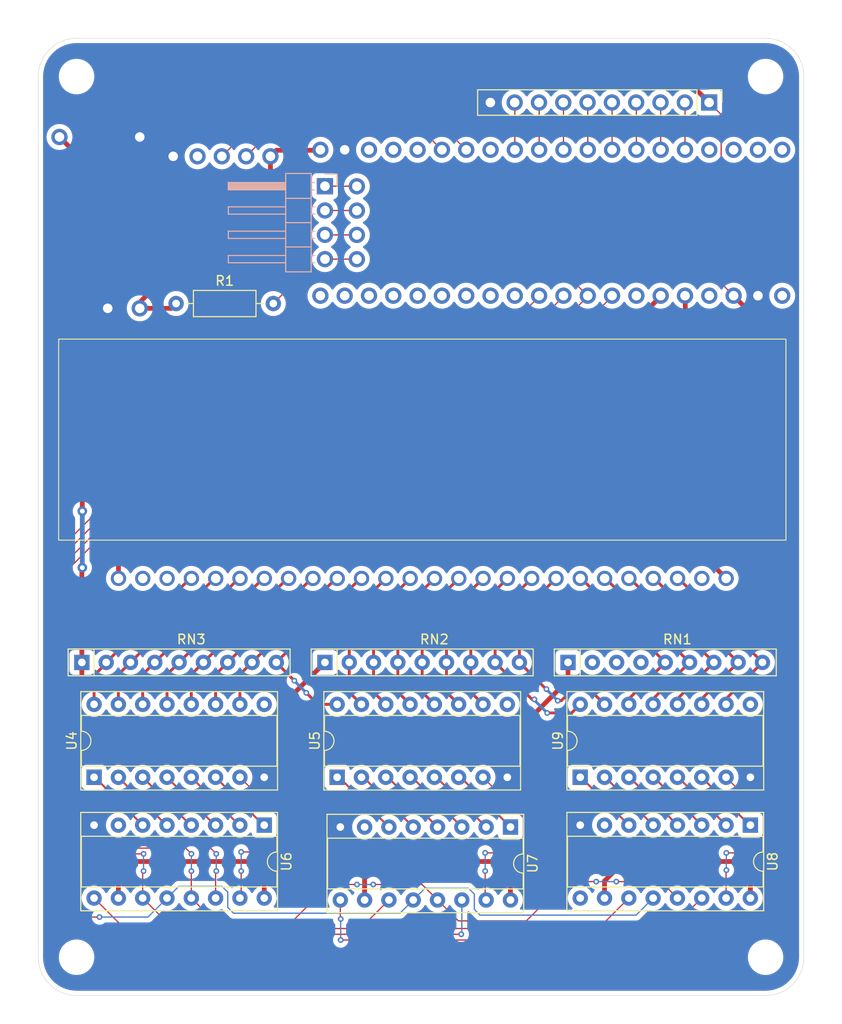
<source format=kicad_pcb>
(kicad_pcb (version 20240108) (generator "pcbnew") (generator_version "8.0")
  (title_block (title "Baldr PCB") (date "2024-08-28") (rev "0.1.1"))
  (layers (0 "F.Cu" signal) (31 "B.Cu" signal) (34 "B.Paste" user) (35 "F.Paste" user) (36 "B.SilkS" user "B.Silkscreen") (37 "F.SilkS" user "F.Silkscreen") (38 "B.Mask" user) (39 "F.Mask" user) (44 "Edge.Cuts" user))
  (net 0 "")
  (net 1 "GND")
  (net 2 "12V")
  (net 3 "GRID_2")
  (net 4 "GRID_3")
  (net 5 "GRID_1")
  (net 6 "F")
  (net 7 "E")
  (net 8 "GRID_4")
  (net 9 "D")
  (net 10 "G")
  (net 11 "GRID_7")
  (net 12 "GRID_6")
  (net 13 "B")
  (net 14 "GRID_8")
  (net 15 "COMMA")
  (net 16 "C")
  (net 17 "DP")
  (net 18 "GRID_5")
  (net 19 "GRID_10")
  (net 20 "A")
  (net 21 "GRID_11")
  (net 22 "GRID_9")
  (net 23 "HYPHEN")
  (net 24 "FILAMENT_2")
  (net 25 "FILAMENT_1")
  (net 26 "OE")
  (net 27 "SIGNAL_F")
  (net 28 "GRID_SIGNAL_4")
  (net 29 "SIGNAL_G")
  (net 30 "GRID_SIGNAL_3")
  (net 31 "GRID_SIGNAL_1")
  (net 32 "SIGNAL_E")
  (net 33 "GRID_SIGNAL_2")
  (net 34 "GRID_SIGNAL_6")
  (net 35 "GRID_SIGNAL_5")
  (net 36 "SIGNAL_COMMA")
  (net 37 "GRID_SIGNAL_7")
  (net 38 "SIGNAL_DP")
  (net 39 "SIGNAL_C")
  (net 40 "SIGNAL_D")
  (net 41 "GRID_SIGNAL_11")
  (net 42 "SIGNAL_HYPHEN")
  (net 43 "GRID_SIGNAL_8")
  (net 44 "SIGNAL_B")
  (net 45 "GRID_SIGNAL_9")
  (net 46 "GRID_SIGNAL_10")
  (net 47 "SIGNAL_A")
  (net 48 "SER")
  (net 49 "LATCH")
  (net 50 "+3V3")
  (net 51 "/SER_CHAIN_1")
  (net 52 "CLK")
  (net 53 "/SER_CHAIN_2")
  (net 56 "/SDA")
  (net 57 "/SCL")
  (net 84 "/P8")
  (net 85 "/P1")
  (net 86 "/P7")
  (net 87 "/P3")
  (net 88 "/P5")
  (net 89 "/P6")
  (net 90 "/P4")
  (net 91 "/P2")
  (net 95 "/SW_DIO")
  (net 96 "/SW_SCK")
  (net 97 "/SW_GND")
  (net 98 "/SW_3V3")
  (footprint "Custom:STM32_blackpill" (layer "F.Cu") (at 188.74 53.65 -90)
    (property "Reference" "U2" (hide yes))
    (property "Value" "~" (hide yes))
  )
  (footprint "MountingHole:MountingHole_3.2mm_M3" (layer "F.Cu") (at 115 46)
    (property "Reference" "H1" (hide yes))
    (property "Value" "MountingHole" (hide yes))
  )
  (footprint "Package_DIP:DIP-16_W7.62mm_Socket" (layer "F.Cu") (at 116.83 119.2 90)
    (property "Reference" "U4")
    (property "Value" "ULN2003A" (hide yes))
  )
  (footprint "MountingHole:MountingHole_3.2mm_M3" (layer "F.Cu") (at 187 46)
    (property "Reference" "H2" (hide yes))
    (property "Value" "MountingHole" (hide yes))
  )
  (footprint "Custom:ZD1880" (layer "F.Cu") (at 151.13 98.425)
    (property "Reference" "U10" (hide yes))
    (property "Value" "~" (hide yes))
  )
  (footprint "Resistor_THT:R_Axial_DIN0207_L6.3mm_D2.5mm_P10.16mm_Horizontal" (layer "F.Cu") (at 125.4 69.71)
    (property "Reference" "R1")
    (property "Value" "10k" (hide yes))
  )
  (footprint "Package_DIP:DIP-16_W7.62mm_Socket" (layer "F.Cu") (at 185.41 124.2 -90)
    (property "Reference" "U8")
    (property "Value" "74HC595" (hide yes))
  )
  (footprint "Custom:RTC" (layer "F.Cu") (at 135.26 54.33 180)
    (property "Reference" "U3" (hide yes))
    (property "Value" "~" (hide yes))
  )
  (footprint "MountingHole:MountingHole_3.2mm_M3" (layer "F.Cu") (at 115 138)
    (property "Reference" "H3" (hide yes))
    (property "Value" "MountingHole" (hide yes))
  )
  (footprint "Resistor_THT:R_Array_SIP9" (layer "F.Cu") (at 115.555 107.2)
    (property "Reference" "RN3")
    (property "Value" "10k" (hide yes))
  )
  (footprint "Package_DIP:DIP-16_W7.62mm_Socket" (layer "F.Cu") (at 142.23 119.2 90)
    (property "Reference" "U5")
    (property "Value" "ULN2003A" (hide yes))
  )
  (footprint "Resistor_THT:R_Array_SIP9" (layer "F.Cu") (at 166.355 107.2)
    (property "Reference" "RN1")
    (property "Value" "10k" (hide yes))
  )
  (footprint "Package_DIP:DIP-16_W7.62mm_Socket" (layer "F.Cu") (at 134.61 124.2 -90)
    (property "Reference" "U6")
    (property "Value" "74HC595" (hide yes))
  )
  (footprint "Custom:DC_step_up" (layer "F.Cu") (at 121.225 70.21 90)
    (property "Reference" "U1" (hide yes))
    (property "Value" "~" (hide yes))
  )
  (footprint "Package_DIP:DIP-16_W7.62mm_Socket" (layer "F.Cu") (at 160.34 124.4 -90)
    (property "Reference" "U7")
    (property "Value" "74HC595" (hide yes))
  )
  (footprint "MountingHole:MountingHole_3.2mm_M3" (layer "F.Cu") (at 187 138)
    (property "Reference" "H4" (hide yes))
    (property "Value" "MountingHole" (hide yes))
  )
  (footprint "Package_DIP:DIP-16_W7.62mm_Socket" (layer "F.Cu") (at 167.63 119.2 90)
    (property "Reference" "U9")
    (property "Value" "ULN2003A" (hide yes))
  )
  (footprint "Resistor_THT:R_Array_SIP9" (layer "F.Cu") (at 140.955 107.2)
    (property "Reference" "RN2")
    (property "Value" "10k" (hide yes))
  )
  (footprint "Connector_PinHeader_2.54mm:PinHeader_1x10_P2.54mm_Vertical" (layer "F.Cu") (at 181.1 48.71 -90)
    (property "Reference" "J1" (hide yes))
    (property "Value" "Conn_01x10_Pin" (hide yes))
  )
  (footprint "Connector_PinHeader_2.54mm:PinHeader_1x04_P2.54mm_Horizontal" (layer "B.Cu") (at 140.955 57.45 180)
    (property "Reference" "J2" (hide yes))
    (property "Value" "Conn_01x04_Pin" (hide yes))
  )
  (gr_arc (start 187 42) (mid 189.828427 43.171573) (end 191 46) (stroke (width 0.05)) (layer "Edge.Cuts"))
  (gr_line (start 187 42) (end 115 42) (stroke (width 0.05)) (layer "Edge.Cuts"))
  (gr_arc (start 111 46) (mid 112.171573 43.171573) (end 115 42) (stroke (width 0.05)) (layer "Edge.Cuts"))
  (gr_line (start 115 142) (end 187 142) (stroke (width 0.05)) (layer "Edge.Cuts"))
  (gr_arc (start 115 142) (mid 112.171573 140.828427) (end 111 138) (stroke (width 0.05)) (layer "Edge.Cuts"))
  (gr_arc (start 191 138) (mid 189.828427 140.828427) (end 187 142) (stroke (width 0.05)) (layer "Edge.Cuts"))
  (gr_line (start 111 46) (end 111 138) (stroke (width 0.05)) (layer "Edge.Cuts"))
  (gr_line (start 191 138) (end 191 46) (stroke (width 0.05)) (layer "Edge.Cuts"))
  (segment (start 115.6 91.4) (end 115.6 54.695) (width 0.5) (layer "F.Cu") (net 2))
  (segment (start 115.555 107.2) (end 115.555 109.785) (width 0.5) (layer "F.Cu") (net 2))
  (segment (start 137.84 114.52) (end 160.9 114.52) (width 0.5) (layer "F.Cu") (net 2))
  (segment (start 160.9 114.52) (end 166.355 109.065) (width 0.5) (layer "F.Cu") (net 2))
  (segment (start 115.555 109.785) (end 114.8 110.54) (width 0.5) (layer "F.Cu") (net 2))
  (segment (start 114.8 110.54) (end 114.8 113.5) (width 0.5) (layer "F.Cu") (net 2))
  (segment (start 115.555 97.345) (end 115.6 97.3) (width 0.5) (layer "F.Cu") (net 2))
  (segment (start 115.6 54.695) (end 113.215 52.31) (width 0.5) (layer "F.Cu") (net 2))
  (segment (start 114.8 113.5) (end 115.82 114.52) (width 0.5) (layer "F.Cu") (net 2))
  (segment (start 115.82 114.52) (end 137.84 114.52) (width 0.5) (layer "F.Cu") (net 2))
  (segment (start 166.355 109.065) (end 166.355 107.2) (width 0.5) (layer "F.Cu") (net 2))
  (segment (start 115.555 107.2) (end 115.555 97.345) (width 0.5) (layer "F.Cu") (net 2))
  (segment (start 137.84 110.315) (end 140.955 107.2) (width 0.5) (layer "F.Cu") (net 2))
  (segment (start 137.84 114.52) (end 137.84 110.315) (width 0.5) (layer "F.Cu") (net 2))
  (via (at 115.6 97.3) (size 1) (drill 0.5) (layers "F.Cu" "B.Cu") (net 2))
  (via (at 115.6 91.4) (size 1) (drill 0.5) (layers "F.Cu" "B.Cu") (net 2))
  (segment (start 115.6 97.3) (end 115.6 91.4) (width 0.5) (layer "B.Cu") (net 2))
  (segment (start 131.95 98.425) (end 132.08 98.425) (width 0.3) (layer "F.Cu") (net 3))
  (segment (start 121.91 108.465) (end 123.175 107.2) (width 0.3) (layer "F.Cu") (net 3))
  (segment (start 123.175 107.2) (end 131.95 98.425) (width 0.3) (layer "F.Cu") (net 3))
  (segment (start 121.91 111.58) (end 121.91 108.465) (width 0.3) (layer "F.Cu") (net 3))
  (segment (start 126.99 108.465) (end 128.255 107.2) (width 0.3) (layer "F.Cu") (net 4))
  (segment (start 128.255 107.2) (end 137.03 98.425) (width 0.3) (layer "F.Cu") (net 4))
  (segment (start 137.03 98.425) (end 137.16 98.425) (width 0.3) (layer "F.Cu") (net 4))
  (segment (start 126.99 111.58) (end 126.99 108.465) (width 0.3) (layer "F.Cu") (net 4))
  (segment (start 118.095 107.295) (end 116.83 108.56) (width 0.3) (layer "F.Cu") (net 5))
  (segment (start 118.095 107.2) (end 118.095 107.295) (width 0.3) (layer "F.Cu") (net 5))
  (segment (start 126.87 98.425) (end 127 98.425) (width 0.3) (layer "F.Cu") (net 5))
  (segment (start 116.83 108.56) (end 116.83 111.58) (width 0.3) (layer "F.Cu") (net 5))
  (segment (start 118.095 107.2) (end 126.87 98.425) (width 0.3) (layer "F.Cu") (net 5))
  (segment (start 124.45 108.465) (end 125.715 107.2) (width 0.3) (layer "F.Cu") (net 6))
  (segment (start 134.49 98.425) (end 134.62 98.425) (width 0.3) (layer "F.Cu") (net 6))
  (segment (start 125.715 107.2) (end 134.49 98.425) (width 0.3) (layer "F.Cu") (net 6))
  (segment (start 124.45 111.58) (end 124.45 108.465) (width 0.3) (layer "F.Cu") (net 6))
  (segment (start 129.53 108.465) (end 130.795 107.2) (width 0.3) (layer "F.Cu") (net 7))
  (segment (start 139.57 98.425) (end 139.7 98.425) (width 0.3) (layer "F.Cu") (net 7))
  (segment (start 129.53 111.58) (end 129.53 108.465) (width 0.3) (layer "F.Cu") (net 7))
  (segment (start 130.795 107.2) (end 139.57 98.425) (width 0.3) (layer "F.Cu") (net 7))
  (segment (start 142.11 98.425) (end 142.24 98.425) (width 0.3) (layer "F.Cu") (net 8))
  (segment (start 132.07 108.465) (end 133.335 107.2) (width 0.3) (layer "F.Cu") (net 8))
  (segment (start 132.07 111.58) (end 132.07 108.465) (width 0.3) (layer "F.Cu") (net 8))
  (segment (start 133.335 107.2) (end 142.11 98.425) (width 0.3) (layer "F.Cu") (net 8))
  (segment (start 140.21 111.58) (end 142.23 111.58) (width 0.3) (layer "F.Cu") (net 9))
  (segment (start 144.65 98.425) (end 144.78 98.425) (width 0.3) (layer "F.Cu") (net 9))
  (segment (start 135.875 107.2) (end 135.875 107.225) (width 0.3) (layer "F.Cu") (net 9))
  (segment (start 135.875 107.225) (end 137.76 109.11) (width 0.3) (layer "F.Cu") (net 9))
  (segment (start 135.875 107.2) (end 144.65 98.425) (width 0.3) (layer "F.Cu") (net 9))
  (segment (start 139.01 110.38) (end 140.21 111.58) (width 0.3) (layer "F.Cu") (net 9))
  (via (at 139.01 110.38) (size 0.6) (drill 0.3) (layers "F.Cu" "B.Cu") (net 9))
  (via (at 137.76 109.11) (size 0.6) (drill 0.3) (layers "F.Cu" "B.Cu") (net 9))
  (segment (start 137.76 109.11) (end 137.76 109.13) (width 0.3) (layer "B.Cu") (net 9))
  (segment (start 137.76 109.13) (end 139.01 110.38) (width 0.3) (layer "B.Cu") (net 9))
  (segment (start 119.37 111.58) (end 119.37 108.465) (width 0.3) (layer "F.Cu") (net 10))
  (segment (start 129.41 98.425) (end 129.54 98.425) (width 0.3) (layer "F.Cu") (net 10))
  (segment (start 120.635 107.2) (end 129.41 98.425) (width 0.3) (layer "F.Cu") (net 10))
  (segment (start 119.37 108.465) (end 120.635 107.2) (width 0.3) (layer "F.Cu") (net 10))
  (segment (start 153.655 102.25) (end 157.48 98.425) (width 0.3) (layer "F.Cu") (net 11))
  (segment (start 153.655 107.2) (end 153.655 110.305) (width 0.3) (layer "F.Cu") (net 11))
  (segment (start 153.655 107.2) (end 153.655 102.25) (width 0.3) (layer "F.Cu") (net 11))
  (segment (start 153.655 110.305) (end 154.93 111.58) (width 0.3) (layer "F.Cu") (net 11))
  (segment (start 148.575 107.2) (end 148.575 102.25) (width 0.3) (layer "F.Cu") (net 12))
  (segment (start 148.575 102.25) (end 152.4 98.425) (width 0.3) (layer "F.Cu") (net 12))
  (segment (start 148.575 107.2) (end 148.575 110.305) (width 0.3) (layer "F.Cu") (net 12))
  (segment (start 148.575 110.305) (end 149.85 111.58) (width 0.3) (layer "F.Cu") (net 12))
  (segment (start 164.065 109.99) (end 164.1 109.99) (width 0.3) (layer "F.Cu") (net 13))
  (segment (start 168.58 109.99) (end 170.17 111.58) (width 0.3) (layer "F.Cu") (net 13))
  (segment (start 161.275 102.25) (end 165.1 98.425) (width 0.3) (layer "F.Cu") (net 13))
  (segment (start 161.275 107.2) (end 161.275 102.25) (width 0.3) (layer "F.Cu") (net 13))
  (segment (start 165.649669 111.200331) (end 166.86 109.99) (width 0.3) (layer "F.Cu") (net 13))
  (segment (start 165.280331 111.200331) (end 165.649669 111.200331) (width 0.3) (layer "F.Cu") (net 13))
  (segment (start 161.275 107.2) (end 164.065 109.99) (width 0.3) (layer "F.Cu") (net 13))
  (segment (start 166.86 109.99) (end 168.58 109.99) (width 0.3) (layer "F.Cu") (net 13))
  (via (at 165.280331 111.200331) (size 0.6) (drill 0.3) (layers "F.Cu" "B.Cu") (net 13))
  (via (at 164.1 109.99) (size 0.6) (drill 0.3) (layers "F.Cu" "B.Cu") (net 13))
  (segment (start 164.1 109.99) (end 164.1 110.02) (width 0.3) (layer "B.Cu") (net 13))
  (segment (start 164.1 110.02) (end 165.280331 111.200331) (width 0.3) (layer "B.Cu") (net 13))
  (segment (start 166.73 112.48) (end 167.63 111.58) (width 0.3) (layer "F.Cu") (net 14))
  (segment (start 164.18 112.48) (end 166.73 112.48) (width 0.3) (layer "F.Cu") (net 14))
  (segment (start 158.735 107.2) (end 162.595 111.06) (width 0.3) (layer "F.Cu") (net 14))
  (segment (start 162.595 111.06) (end 162.84 111.06) (width 0.3) (layer "F.Cu") (net 14))
  (segment (start 158.735 102.25) (end 162.56 98.425) (width 0.3) (layer "F.Cu") (net 14))
  (segment (start 158.735 107.2) (end 158.735 102.25) (width 0.3) (layer "F.Cu") (net 14))
  (via (at 162.84 111.06) (size 0.6) (drill 0.3) (layers "F.Cu" "B.Cu") (net 14))
  (via (at 164.18 112.48) (size 0.6) (drill 0.3) (layers "F.Cu" "B.Cu") (net 14))
  (segment (start 162.84 111.06) (end 162.84 111.14) (width 0.3) (layer "B.Cu") (net 14))
  (segment (start 162.84 111.14) (end 164.18 112.48) (width 0.3) (layer "B.Cu") (net 14))
  (segment (start 156.195 107.2) (end 156.195 110.305) (width 0.3) (layer "F.Cu") (net 15))
  (segment (start 156.195 102.25) (end 160.02 98.425) (width 0.3) (layer "F.Cu") (net 15))
  (segment (start 156.195 107.2) (end 156.195 102.25) (width 0.3) (layer "F.Cu") (net 15))
  (segment (start 156.195 110.305) (end 157.47 111.58) (width 0.3) (layer "F.Cu") (net 15))
  (segment (start 146.035 102.25) (end 149.86 98.425) (width 0.3) (layer "F.Cu") (net 16))
  (segment (start 146.035 107.2) (end 146.035 102.25) (width 0.3) (layer "F.Cu") (net 16))
  (segment (start 147.31 111.58) (end 146.035 110.305) (width 0.3) (layer "F.Cu") (net 16))
  (segment (start 146.035 110.305) (end 146.035 107.2) (width 0.3) (layer "F.Cu") (net 16))
  (segment (start 151.115 107.2) (end 151.115 110.305) (width 0.3) (layer "F.Cu") (net 17))
  (segment (start 151.115 102.25) (end 154.94 98.425) (width 0.3) (layer "F.Cu") (net 17))
  (segment (start 151.115 110.305) (end 152.39 111.58) (width 0.3) (layer "F.Cu") (net 17))
  (segment (start 151.115 107.2) (end 151.115 102.25) (width 0.3) (layer "F.Cu") (net 17))
  (segment (start 143.495 110.305) (end 143.495 107.2) (width 0.3) (layer "F.Cu") (net 18))
  (segment (start 144.77 111.58) (end 143.495 110.305) (width 0.3) (layer "F.Cu") (net 18))
  (segment (start 143.495 107.2) (end 143.495 102.25) (width 0.3) (layer "F.Cu") (net 18))
  (segment (start 143.495 102.25) (end 147.32 98.425) (width 0.3) (layer "F.Cu") (net 18))
  (segment (start 175.25 111.005) (end 175.25 111.58) (width 0.3) (layer "F.Cu") (net 19))
  (segment (start 170.28 98.425) (end 170.18 98.425) (width 0.3) (layer "F.Cu") (net 19))
  (segment (start 179.055 107.2) (end 170.28 98.425) (width 0.3) (layer "F.Cu") (net 19))
  (segment (start 179.055 107.2) (end 175.25 111.005) (width 0.3) (layer "F.Cu") (net 19))
  (segment (start 181.595 107.2) (end 172.82 98.425) (width 0.3) (layer "F.Cu") (net 20))
  (segment (start 181.595 107.2) (end 177.79 111.005) (width 0.3) (layer "F.Cu") (net 20))
  (segment (start 172.82 98.425) (end 172.72 98.425) (width 0.3) (layer "F.Cu") (net 20))
  (segment (start 177.79 111.005) (end 177.79 111.58) (width 0.3) (layer "F.Cu") (net 20))
  (segment (start 184.135 107.2) (end 180.33 111.005) (width 0.3) (layer "F.Cu") (net 21))
  (segment (start 184.135 107.2) (end 175.36 98.425) (width 0.3) (layer "F.Cu") (net 21))
  (segment (start 180.33 111.005) (end 180.33 111.58) (width 0.3) (layer "F.Cu") (net 21))
  (segment (start 175.36 98.425) (end 175.26 98.425) (width 0.3) (layer "F.Cu") (net 21))
  (segment (start 176.515 107.2) (end 167.74 98.425) (width 0.3) (layer "F.Cu") (net 22))
  (segment (start 172.71 111.005) (end 172.71 111.58) (width 0.3) (layer "F.Cu") (net 22))
  (segment (start 167.74 98.425) (end 167.64 98.425) (width 0.3) (layer "F.Cu") (net 22))
  (segment (start 176.515 107.2) (end 172.71 111.005) (width 0.3) (layer "F.Cu") (net 22))
  (segment (start 177.9 98.425) (end 177.8 98.425) (width 0.3) (layer "F.Cu") (net 23))
  (segment (start 186.675 107.2) (end 182.87 111.005) (width 0.3) (layer "F.Cu") (net 23))
  (segment (start 182.87 111.005) (end 182.87 111.58) (width 0.3) (layer "F.Cu") (net 23))
  (segment (start 186.675 107.2) (end 177.9 98.425) (width 0.3) (layer "F.Cu") (net 23))
  (segment (start 178.61 94.155) (end 178.61 68.94) (width 0.5) (layer "F.Cu") (net 24))
  (segment (start 182.88 98.425) (end 178.61 94.155) (width 0.5) (layer "F.Cu") (net 24))
  (segment (start 119.38 98.425) (end 119.38 96.52) (width 0.5) (layer "F.Cu") (net 25))
  (segment (start 152.31 92.7) (end 176.07 68.94) (width 0.5) (layer "F.Cu") (net 25))
  (segment (start 119.38 96.52) (end 123.2 92.7) (width 0.5) (layer "F.Cu") (net 25))
  (segment (start 123.2 92.7) (end 152.31 92.7) (width 0.5) (layer "F.Cu") (net 25))
  (segment (start 126.4 126.6) (end 127 127.2) (width 0.13) (layer "F.Cu") (net 26))
  (segment (start 126.99 131.82) (end 129.52 134.35) (width 0.13) (layer "F.Cu") (net 26))
  (segment (start 135.56 69.71) (end 138.52 66.75) (width 0.13) (layer "F.Cu") (net 26))
  (segment (start 148.79 88.6) (end 122 88.6) (width 0.13) (layer "F.Cu") (net 26))
  (segment (start 166.26 66.75) (end 168.45 68.94) (width 0.13) (layer "F.Cu") (net 26))
  (segment (start 129.52 134.35) (end 137.45 134.35) (width 0.13) (layer "F.Cu") (net 26))
  (segment (start 126.99 129.01) (end 127 129) (width 0.13) (layer "F.Cu") (net 26))
  (segment (start 176.07 130.1) (end 177.79 131.82) (width 0.13) (layer "F.Cu") (net 26))
  (segment (start 154.9 134.2) (end 162 134.2) (width 0.13) (layer "F.Cu") (net 26))
  (segment (start 113.2 125.2) (end 114.6 126.6) (width 0.13) (layer "F.Cu") (net 26))
  (segment (start 141.4 130.4) (end 144.3 130.4) (width 0.13) (layer "F.Cu") (net 26))
  (segment (start 113.2 97.4) (end 113.2 125.2) (width 0.13) (layer "F.Cu") (net 26))
  (segment (start 152.72 132.02) (end 154.9 134.2) (width 0.13) (layer "F.Cu") (net 26))
  (segment (start 114.6 126.6) (end 126.4 126.6) (width 0.13) (layer "F.Cu") (net 26))
  (segment (start 126.99 131.82) (end 126.99 129.01) (width 0.13) (layer "F.Cu") (net 26))
  (segment (start 168.45 68.94) (end 148.79 88.6) (width 0.13) (layer "F.Cu") (net 26))
  (segment (start 137.45 134.35) (end 141.4 130.4) (width 0.13) (layer "F.Cu") (net 26))
  (segment (start 122 88.6) (end 113.2 97.4) (width 0.13) (layer "F.Cu") (net 26))
  (segment (start 146 130.4) (end 151.1 130.4) (width 0.13) (layer "F.Cu") (net 26))
  (segment (start 166 130.2) (end 166.1 130.1) (width 0.13) (layer "F.Cu") (net 26))
  (segment (start 162 134.2) (end 166 130.2) (width 0.13) (layer "F.Cu") (net 26))
  (segment (start 151.1 130.4) (end 152.72 132.02) (width 0.13) (layer "F.Cu") (net 26))
  (segment (start 166.1 130.1) (end 169.3 130.1) (width 0.13) (layer "F.Cu") (net 26))
  (segment (start 171.4 130.1) (end 176.07 130.1) (width 0.13) (layer "F.Cu") (net 26))
  (segment (start 138.52 66.75) (end 166.26 66.75) (width 0.13) (layer "F.Cu") (net 26))
  (via (at 146 130.4) (size 0.6) (drill 0.3) (layers "F.Cu" "B.Cu") (net 26))
  (via (at 144.3 130.4) (size 0.6) (drill 0.3) (layers "F.Cu" "B.Cu") (net 26))
  (via (at 171.4 130.1) (size 0.6) (drill 0.3) (layers "F.Cu" "B.Cu") (net 26))
  (via (at 169.3 130.1) (size 0.6) (drill 0.3) (layers "F.Cu" "B.Cu") (net 26))
  (via (at 127 129) (size 0.6) (drill 0.3) (layers "F.Cu" "B.Cu") (net 26))
  (via (at 127 127.2) (size 0.6) (drill 0.3) (layers "F.Cu" "B.Cu") (net 26))
  (segment (start 127 129) (end 127 127.2) (width 0.13) (layer "B.Cu") (net 26))
  (segment (start 169.3 130.1) (end 171.4 130.1) (width 0.13) (layer "B.Cu") (net 26))
  (segment (start 144.3 130.4) (end 146 130.4) (width 0.13) (layer "B.Cu") (net 26))
  (segment (start 124.45 119.2) (end 129.45 124.2) (width 0.2) (layer "F.Cu") (net 27))
  (segment (start 129.45 124.2) (end 129.53 124.2) (width 0.2) (layer "F.Cu") (net 27))
  (segment (start 136 123.13) (end 136 124.6) (width 0.13) (layer "F.Cu") (net 28))
  (segment (start 134.4 127) (end 132.2 127) (width 0.13) (layer "F.Cu") (net 28))
  (segment (start 132.2 129) (end 132.2 131.69) (width 0.13) (layer "F.Cu") (net 28))
  (segment (start 136 124.6) (end 136 125.4) (width 0.13) (layer "F.Cu") (net 28))
  (segment (start 132.2 131.69) (end 132.07 131.82) (width 0.13) (layer "F.Cu") (net 28))
  (segment (start 136 125.4) (end 134.4 127) (width 0.13) (layer "F.Cu") (net 28))
  (segment (start 132.07 119.2) (end 136 123.13) (width 0.13) (layer "F.Cu") (net 28))
  (via (at 132.2 129) (size 0.6) (drill 0.3) (layers "F.Cu" "B.Cu") (net 28))
  (via (at 132.2 127) (size 0.6) (drill 0.3) (layers "F.Cu" "B.Cu") (net 28))
  (segment (start 132.2 127) (end 132.2 129) (width 0.13) (layer "B.Cu") (net 28))
  (segment (start 124.37 124.2) (end 124.45 124.2) (width 0.2) (layer "F.Cu") (net 29))
  (segment (start 119.37 119.2) (end 124.37 124.2) (width 0.2) (layer "F.Cu") (net 29))
  (segment (start 131.99 124.2) (end 132.07 124.2) (width 0.2) (layer "F.Cu") (net 30))
  (segment (start 126.99 119.2) (end 131.99 124.2) (width 0.2) (layer "F.Cu") (net 30))
  (segment (start 116.91 119.2) (end 121.91 124.2) (width 0.2) (layer "F.Cu") (net 31))
  (segment (start 116.83 119.2) (end 116.91 119.2) (width 0.2) (layer "F.Cu") (net 31))
  (segment (start 134.53 124.2) (end 134.61 124.2) (width 0.2) (layer "F.Cu") (net 32))
  (segment (start 129.53 119.2) (end 134.53 124.2) (width 0.2) (layer "F.Cu") (net 32))
  (segment (start 126.91 124.2) (end 126.99 124.2) (width 0.2) (layer "F.Cu") (net 33))
  (segment (start 121.91 119.2) (end 126.91 124.2) (width 0.2) (layer "F.Cu") (net 33))
  (segment (start 150.06 119.2) (end 149.85 119.2) (width 0.2) (layer "F.Cu") (net 34))
  (segment (start 155.26 124.4) (end 150.06 119.2) (width 0.2) (layer "F.Cu") (net 34))
  (segment (start 150.18 124.4) (end 144.98 119.2) (width 0.2) (layer "F.Cu") (net 35))
  (segment (start 144.98 119.2) (end 144.77 119.2) (width 0.2) (layer "F.Cu") (net 35))
  (segment (start 157.7 131.92) (end 157.8 132.02) (width 0.13) (layer "F.Cu") (net 36))
  (segment (start 161.7 125.4) (end 161.7 125.8) (width 0.13) (layer "F.Cu") (net 36))
  (segment (start 160.4 127.1) (end 157.7 127.1) (width 0.13) (layer "F.Cu") (net 36))
  (segment (start 161.7 125.8) (end 161 126.5) (width 0.13) (layer "F.Cu") (net 36))
  (segment (start 157.7 129) (end 157.7 131.92) (width 0.13) (layer "F.Cu") (net 36))
  (segment (start 157.47 119.2) (end 161.7 123.43) (width 0.13) (layer "F.Cu") (net 36))
  (segment (start 161.7 123.43) (end 161.7 125.4) (width 0.13) (layer "F.Cu") (net 36))
  (segment (start 161 126.5) (end 160.4 127.1) (width 0.13) (layer "F.Cu") (net 36))
  (via (at 157.7 127.1) (size 0.6) (drill 0.3) (layers "F.Cu" "B.Cu") (net 36))
  (via (at 157.7 129) (size 0.6) (drill 0.3) (layers "F.Cu" "B.Cu") (net 36))
  (segment (start 157.7 127.1) (end 157.7 129) (width 0.13) (layer "B.Cu") (net 36))
  (segment (start 155.14 119.2) (end 154.93 119.2) (width 0.2) (layer "F.Cu") (net 37))
  (segment (start 160.34 124.4) (end 155.14 119.2) (width 0.2) (layer "F.Cu") (net 37))
  (segment (start 157.8 124.4) (end 152.6 119.2) (width 0.2) (layer "F.Cu") (net 38))
  (segment (start 152.6 119.2) (end 152.39 119.2) (width 0.2) (layer "F.Cu") (net 38))
  (segment (start 152.72 124.4) (end 147.52 119.2) (width 0.2) (layer "F.Cu") (net 39))
  (segment (start 147.52 119.2) (end 147.31 119.2) (width 0.2) (layer "F.Cu") (net 39))
  (segment (start 147.64 124.4) (end 142.44 119.2) (width 0.2) (layer "F.Cu") (net 40))
  (segment (start 142.44 119.2) (end 142.23 119.2) (width 0.2) (layer "F.Cu") (net 40))
  (segment (start 185.33 124.2) (end 180.33 119.2) (width 0.2) (layer "F.Cu") (net 41))
  (segment (start 185.41 124.2) (end 185.33 124.2) (width 0.2) (layer "F.Cu") (net 41))
  (segment (start 186.9 125.6) (end 185.9 126.6) (width 0.13) (layer "F.Cu") (net 42))
  (segment (start 182.9 128.9) (end 182.87 128.93) (width 0.13) (layer "F.Cu") (net 42))
  (segment (start 186.9 123.23) (end 186.9 124.1) (width 0.13) (layer "F.Cu") (net 42))
  (segment (start 186.9 124.1) (end 186.9 125.6) (width 0.13) (layer "F.Cu") (net 42))
  (segment (start 182.87 119.2) (end 186.9 123.23) (width 0.13) (layer "F.Cu") (net 42))
  (segment (start 185.4 127.1) (end 182.9 127.1) (width 0.13) (layer "F.Cu") (net 42))
  (segment (start 185.9 126.6) (end 185.4 127.1) (width 0.13) (layer "F.Cu") (net 42))
  (segment (start 182.87 128.93) (end 182.87 131.82) (width 0.13) (layer "F.Cu") (net 42))
  (via (at 182.9 128.9) (size 0.6) (drill 0.3) (layers "F.Cu" "B.Cu") (net 42))
  (via (at 182.9 127.1) (size 0.6) (drill 0.3) (layers "F.Cu" "B.Cu") (net 42))
  (segment (start 182.9 127.1) (end 182.9 128.9) (width 0.13) (layer "B.Cu") (net 42))
  (segment (start 167.71 119.2) (end 167.63 119.2) (width 0.2) (layer "F.Cu") (net 43))
  (segment (start 172.71 124.2) (end 167.71 119.2) (width 0.2) (layer "F.Cu") (net 43))
  (segment (start 170.25 119.2) (end 170.17 119.2) (width 0.2) (layer "F.Cu") (net 44))
  (segment (start 175.25 124.2) (end 170.25 119.2) (width 0.2) (layer "F.Cu") (net 44))
  (segment (start 177.79 124.2) (end 172.79 119.2) (width 0.2) (layer "F.Cu") (net 45))
  (segment (start 172.79 119.2) (end 172.71 119.2) (width 0.2) (layer "F.Cu") (net 45))
  (segment (start 175.33 119.2) (end 175.25 119.2) (width 0.2) (layer "F.Cu") (net 46))
  (segment (start 180.33 124.2) (end 175.33 119.2) (width 0.2) (layer "F.Cu") (net 46))
  (segment (start 182.87 124.2) (end 177.87 119.2) (width 0.2) (layer "F.Cu") (net 47))
  (segment (start 177.87 119.2) (end 177.79 119.2) (width 0.2) (layer "F.Cu") (net 47))
  (segment (start 128.4 126) (end 115 126) (width 0.13) (layer "F.Cu") (net 48))
  (segment (start 113.8 97.8) (end 122.4 89.2) (width 0.13) (layer "F.Cu") (net 48))
  (segment (start 129.6 127.2) (end 128.4 126) (width 0.13) (layer "F.Cu") (net 48))
  (segment (start 150.73 89.2) (end 170.99 68.94) (width 0.13) (layer "F.Cu") (net 48))
  (segment (start 129.53 131.82) (end 129.53 129.07) (width 0.13) (layer "F.Cu") (net 48))
  (segment (start 113.8 124.8) (end 113.8 97.8) (width 0.13) (layer "F.Cu") (net 48))
  (segment (start 115 126) (end 113.8 124.8) (width 0.13) (layer "F.Cu") (net 48))
  (segment (start 129.53 129.07) (end 129.6 129) (width 0.13) (layer "F.Cu") (net 48))
  (segment (start 122.4 89.2) (end 150.73 89.2) (width 0.13) (layer "F.Cu") (net 48))
  (via (at 129.6 129) (size 0.6) (drill 0.3) (layers "F.Cu" "B.Cu") (net 48))
  (via (at 129.6 127.2) (size 0.6) (drill 0.3) (layers "F.Cu" "B.Cu") (net 48))
  (segment (start 129.6 129) (end 129.6 127.2) (width 0.13) (layer "B.Cu") (net 48))
  (segment (start 144.91 87.4) (end 163.37 68.94) (width 0.13) (layer "F.Cu") (net 49))
  (segment (start 115.6 133.8) (end 112 130.2) (width 0.13) (layer "F.Cu") (net 49))
  (segment (start 121.2 87.4) (end 144.91 87.4) (width 0.13) (layer "F.Cu") (net 49))
  (segment (start 112 130.2) (end 112 96.6) (width 0.13) (layer "F.Cu") (net 49))
  (segment (start 117.4 133.8) (end 115.6 133.8) (width 0.13) (layer "F.Cu") (net 49))
  (segment (start 112 96.6) (end 121.2 87.4) (width 0.13) (layer "F.Cu") (net 49))
  (via (at 117.4 133.8) (size 0.6) (drill 0.3) (layers "F.Cu" "B.Cu") (net 49))
  (segment (start 130.2 130.6) (end 130.8 131.2) (width 0.13) (layer "B.Cu") (net 49))
  (segment (start 148.8 133.4) (end 150.18 132.02) (width 0.13) (layer "B.Cu") (net 49))
  (segment (start 156.565 131.4) (end 155.965 130.8) (width 0.13) (layer "B.Cu") (net 49))
  (segment (start 130.8 132.8) (end 131.4 133.4) (width 0.13) (layer "B.Cu") (net 49))
  (segment (start 175.25 131.82) (end 173.47 133.6) (width 0.13) (layer "B.Cu") (net 49))
  (segment (start 157.165 133.6) (end 156.565 133) (width 0.13) (layer "B.Cu") (net 49))
  (segment (start 156.565 133) (end 156.565 131.4) (width 0.13) (layer "B.Cu") (net 49))
  (segment (start 124.45 131.82) (end 125.67 130.6) (width 0.13) (layer "B.Cu") (net 49))
  (segment (start 173.47 133.6) (end 157.165 133.6) (width 0.13) (layer "B.Cu") (net 49))
  (segment (start 125.67 130.6) (end 130.2 130.6) (width 0.13) (layer "B.Cu") (net 49))
  (segment (start 131.4 133.4) (end 148.8 133.4) (width 0.13) (layer "B.Cu") (net 49))
  (segment (start 124.45 131.82) (end 122.47 133.8) (width 0.13) (layer "B.Cu") (net 49))
  (segment (start 151.4 130.8) (end 150.18 132.02) (width 0.13) (layer "B.Cu") (net 49))
  (segment (start 122.47 133.8) (end 117.4 133.8) (width 0.13) (layer "B.Cu") (net 49))
  (segment (start 155.965 130.8) (end 151.4 130.8) (width 0.13) (layer "B.Cu") (net 49))
  (segment (start 130.8 131.2) (end 130.8 132.8) (width 0.13) (layer "B.Cu") (net 49))
  (segment (start 135.26 55.925) (end 135.26 54.33) (width 0.5) (layer "F.Cu") (net 50))
  (segment (start 145.1 132.02) (end 145.1 129.7) (width 0.5) (layer "F.Cu") (net 50))
  (segment (start 121.605 69.58) (end 121.605 70.21) (width 0.5) (layer "F.Cu") (net 50))
  (segment (start 145.1 129.7) (end 146.8 128) (width 0.5) (layer "F.Cu") (net 50))
  (segment (start 140.51 53.7) (end 135.89 53.7) (width 0.5) (layer "F.Cu") (net 50))
  (segment (start 130.145 61.04) (end 126.78 61.04) (width 0.5) (layer "F.Cu") (net 50))
  (segment (start 178.15 45.76) (end 181.1 48.71) (width 0.5) (layer "F.Cu") (net 50))
  (segment (start 185.41 131.82) (end 185.41 129.59) (width 0.5) (layer "F.Cu") (net 50))
  (segment (start 146.8 128) (end 162.1 128) (width 0.5) (layer "F.Cu") (net 50))
  (segment (start 123.43 57.69) (end 123.43 50.38) (width 0.5) (layer "F.Cu") (net 50))
  (segment (start 182.36 49.97) (end 181.1 48.71) (width 0.13) (layer "F.Cu") (net 50))
  (segment (start 121 128) (end 136.4 128) (width 0.5) (layer "F.Cu") (net 50))
  (segment (start 160.34 129.76) (end 162.1 128) (width 0.5) (layer "F.Cu") (net 50))
  (segment (start 130.145 61.04) (end 135.26 55.925) (width 0.5) (layer "F.Cu") (net 50))
  (segment (start 183.66 68.89) (end 182.36 67.59) (width 0.13) (layer "F.Cu") (net 50))
  (segment (start 172.2 128) (end 187 128) (width 0.5) (layer "F.Cu") (net 50))
  (segment (start 160.34 132.02) (end 160.34 129.76) (width 0.5) (layer "F.Cu") (net 50))
  (segment (start 134.61 129.79) (end 136.4 128) (width 0.5) (layer "F.Cu") (net 50))
  (segment (start 170.17 130.03) (end 172.2 128) (width 0.5) (layer "F.Cu") (net 50))
  (segment (start 130.145 61.04) (end 121.605 69.58) (width 0.5) (layer "F.Cu") (net 50))
  (segment (start 136.4 128) (end 146.8 128) (width 0.5) (layer "F.Cu") (net 50))
  (segment (start 182.36 67.59) (end 182.36 49.97) (width 0.13) (layer "F.Cu") (net 50))
  (segment (start 188.6 126.4) (end 188.6 73.85) (width 0.5) (layer "F.Cu") (net 50))
  (segment (start 185.41 129.59) (end 187 128) (width 0.5) (layer "F.Cu") (net 50))
  (segment (start 126.78 61.04) (end 123.43 57.69) (width 0.5) (layer "F.Cu") (net 50))
  (segment (start 135.89 53.7) (end 135.26 54.33) (width 0.5) (layer "F.Cu") (net 50))
  (segment (start 188.6 73.85) (end 183.69 68.94) (width 0.5) (layer "F.Cu") (net 50))
  (segment (start 120.4 128.6) (end 121 128) (width 0.5) (layer "F.Cu") (net 50))
  (segment (start 128.05 45.76) (end 178.15 45.76) (width 0.5) (layer "F.Cu") (net 50))
  (segment (start 121.605 70.21) (end 124.9 70.21) (width 0.5) (layer "F.Cu") (net 50))
  (segment (start 162.1 128) (end 172.2 128) (width 0.5) (layer "F.Cu") (net 50))
  (segment (start 124.9 70.21) (end 125.4 69.71) (width 0.5) (layer "F.Cu") (net 50))
  (segment (start 187 128) (end 188.6 126.4) (width 0.5) (layer "F.Cu") (net 50))
  (segment (start 123.43 50.38) (end 128.05 45.76) (width 0.5) (layer "F.Cu") (net 50))
  (segment (start 119.37 129.63) (end 120.4 128.6) (width 0.5) (layer "F.Cu") (net 50))
  (segment (start 119.37 131.82) (end 119.37 129.63) (width 0.5) (layer "F.Cu") (net 50))
  (segment (start 134.61 131.82) (end 134.61 129.79) (width 0.5) (layer "F.Cu") (net 50))
  (segment (start 170.17 131.82) (end 170.17 130.03) (width 0.5) (layer "F.Cu") (net 50))
  (segment (start 116.83 131.82) (end 120.61 135.6) (width 0.13) (layer "F.Cu") (net 51))
  (segment (start 120.61 135.6) (end 154.6 135.6) (width 0.13) (layer "F.Cu") (net 51))
  (segment (start 154.6 135.6) (end 155.2 135.6) (width 0.13) (layer "F.Cu") (net 51))
  (via (at 155.2 135.6) (size 0.6) (drill 0.3) (layers "F.Cu" "B.Cu") (net 51))
  (segment (start 155.26 135.54) (end 155.26 132.02) (width 0.13) (layer "B.Cu") (net 51))
  (segment (start 155.2 135.6) (end 155.26 135.54) (width 0.13) (layer "B.Cu") (net 51))
  (segment (start 155.2 132.08) (end 155.26 132.02) (width 0.13) (layer "B.Cu") (net 51))
  (segment (start 125.09 135) (end 144.66 135) (width 0.13) (layer "F.Cu") (net 52))
  (segment (start 144.66 135) (end 147.64 132.02) (width 0.13) (layer "F.Cu") (net 52))
  (segment (start 169.53 135) (end 172.71 131.82) (width 0.13) (layer "F.Cu") (net 52))
  (segment (start 122 127.2) (end 114.2 127.2) (width 0.13) (layer "F.Cu") (net 52))
  (segment (start 121.91 131.82) (end 121.91 129.09) (width 0.13) (layer "F.Cu") (net 52))
  (segment (start 144.66 135) (end 169.53 135) (width 0.13) (layer "F.Cu") (net 52))
  (segment (start 112.6 125.6) (end 112.6 97) (width 0.13) (layer "F.Cu") (net 52))
  (segment (start 114.2 127.2) (end 112.6 125.6) (width 0.13) (layer "F.Cu") (net 52))
  (segment (start 121.91 129.09) (end 122 129) (width 0.13) (layer "F.Cu") (net 52))
  (segment (start 121.6 88) (end 146.85 88) (width 0.13) (layer "F.Cu") (net 52))
  (segment (start 121.91 131.82) (end 125.09 135) (width 0.13) (layer "F.Cu") (net 52))
  (segment (start 112.6 97) (end 121.6 88) (width 0.13) (layer "F.Cu") (net 52))
  (segment (start 146.85 88) (end 165.91 68.94) (width 0.13) (layer "F.Cu") (net 52))
  (via (at 122 129) (size 0.6) (drill 0.3) (layers "F.Cu" "B.Cu") (net 52))
  (via (at 122 127.2) (size 0.6) (drill 0.3) (layers "F.Cu" "B.Cu") (net 52))
  (segment (start 122 129) (end 122 127.2) (width 0.13) (layer "B.Cu") (net 52))
  (segment (start 142.6 136.2) (end 175.95 136.2) (width 0.13) (layer "F.Cu") (net 53))
  (segment (start 142.56 132.02) (end 142.56 133.96) (width 0.13) (layer "F.Cu") (net 53))
  (segment (start 175.95 136.2) (end 180.33 131.82) (width 0.13) (layer "F.Cu") (net 53))
  (segment (start 142.56 133.96) (end 142.6 134) (width 0.13) (layer "F.Cu") (net 53))
  (via (at 142.6 134) (size 0.6) (drill 0.3) (layers "F.Cu" "B.Cu") (net 53))
  (via (at 142.6 136.2) (size 0.6) (drill 0.3) (layers "F.Cu" "B.Cu") (net 53))
  (segment (start 142.6 134) (end 142.6 136.2) (width 0.13) (layer "B.Cu") (net 53))
  (segment (start 151.16 51.65) (end 153.21 53.7) (width 0.13) (layer "F.Cu") (net 56))
  (segment (start 135.4 51.65) (end 151.16 51.65) (width 0.13) (layer "F.Cu") (net 56))
  (segment (start 132.72 54.33) (end 135.4 51.65) (width 0.13) (layer "F.Cu") (net 56))
  (segment (start 133.93 50.58) (end 152.63 50.58) (width 0.13) (layer "F.Cu") (net 57))
  (segment (start 130.18 54.33) (end 133.93 50.58) (width 0.13) (layer "F.Cu") (net 57))
  (segment (start 152.63 50.58) (end 155.75 53.7) (width 0.13) (layer "F.Cu") (net 57))
  (segment (start 160.83 53.68) (end 160.8 53.65) (width 0.13) (layer "F.Cu") (net 84))
  (segment (start 160.82 53.69) (end 160.83 53.7) (width 0.13) (layer "F.Cu") (net 84))
  (segment (start 160.8 48.73) (end 160.78 48.71) (width 0.13) (layer "F.Cu") (net 84))
  (segment (start 160.8 53.65) (end 160.8 48.73) (width 0.13) (layer "F.Cu") (net 84))
  (segment (start 178.61 53.68) (end 178.58 53.65) (width 0.13) (layer "F.Cu") (net 85))
  (segment (start 178.6 53.69) (end 178.61 53.7) (width 0.13) (layer "F.Cu") (net 85))
  (segment (start 178.58 48.73) (end 178.56 48.71) (width 0.13) (layer "F.Cu") (net 85))
  (segment (start 178.58 53.65) (end 178.58 48.73) (width 0.13) (layer "F.Cu") (net 85))
  (segment (start 163.34 48.73) (end 163.32 48.71) (width 0.13) (layer "F.Cu") (net 86))
  (segment (start 163.36 53.69) (end 163.37 53.7) (width 0.13) (layer "F.Cu") (net 86))
  (segment (start 163.34 53.65) (end 163.34 48.73) (width 0.13) (layer "F.Cu") (net 86))
  (segment (start 163.37 53.68) (end 163.34 53.65) (width 0.13) (layer "F.Cu") (net 86))
  (segment (start 173.53 53.68) (end 173.5 53.65) (width 0.13) (layer "F.Cu") (net 87))
  (segment (start 173.5 53.65) (end 173.5 48.73) (width 0.13) (layer "F.Cu") (net 87))
  (segment (start 173.5 48.73) (end 173.48 48.71) (width 0.13) (layer "F.Cu") (net 87))
  (segment (start 173.52 53.69) (end 173.53 53.7) (width 0.13) (layer "F.Cu") (net 87))
  (segment (start 168.45 53.68) (end 168.42 53.65) (width 0.13) (layer "F.Cu") (net 88))
  (segment (start 168.42 53.65) (end 168.42 48.73) (width 0.13) (layer "F.Cu") (net 88))
  (segment (start 168.44 53.69) (end 168.45 53.7) (width 0.13) (layer "F.Cu") (net 88))
  (segment (start 168.42 48.73) (end 168.4 48.71) (width 0.13) (layer "F.Cu") (net 88))
  (segment (start 165.9 53.69) (end 165.91 53.7) (width 0.13) (layer "F.Cu") (net 89))
  (segment (start 165.88 48.73) (end 165.86 48.71) (width 0.13) (layer "F.Cu") (net 89))
  (segment (start 165.91 53.68) (end 165.88 53.65) (width 0.13) (layer "F.Cu") (net 89))
  (segment (start 165.88 53.65) (end 165.88 48.73) (width 0.13) (layer "F.Cu") (net 89))
  (segment (start 170.96 48.73) (end 170.94 48.71) (width 0.13) (layer "F.Cu") (net 90))
  (segment (start 170.98 53.69) (end 170.99 53.7) (width 0.13) (layer "F.Cu") (net 90))
  (segment (start 170.96 53.65) (end 170.96 48.73) (width 0.13) (layer "F.Cu") (net 90))
  (segment (start 170.99 53.68) (end 170.96 53.65) (width 0.13) (layer "F.Cu") (net 90))
  (segment (start 176.06 53.69) (end 176.07 53.7) (width 0.13) (layer "F.Cu") (net 91))
  (segment (start 176.04 48.73) (end 176.02 48.71) (width 0.13) (layer "F.Cu") (net 91))
  (segment (start 176.04 53.65) (end 176.04 48.73) (width 0.13) (layer "F.Cu") (net 91))
  (segment (start 176.07 53.68) (end 176.04 53.65) (width 0.13) (layer "F.Cu") (net 91))
  (segment (start 144.28 59.99) (end 144.29 60) (width 0.13) (layer "F.Cu") (net 95))
  (segment (start 140.955 59.99) (end 144.28 59.99) (width 0.13) (layer "F.Cu") (net 95))
  (segment (start 144.29 62.54) (end 140.965 62.54) (width 0.13) (layer "F.Cu") (net 96))
  (segment (start 140.965 62.54) (end 140.955 62.53) (width 0.13) (layer "F.Cu") (net 96))
  (segment (start 140.955 65.07) (end 144.28 65.07) (width 0.13) (layer "F.Cu") (net 97))
  (segment (start 144.28 65.07) (end 144.29 65.08) (width 0.13) (layer "F.Cu") (net 97))
  (segment (start 144.31 57.48) (end 144.29 57.46) (width 0.13) (layer "F.Cu") (net 98))
  (segment (start 144.28 57.45) (end 144.29 57.46) (width 0.13) (layer "F.Cu") (net 98))
  (segment (start 140.955 57.45) (end 144.28 57.45) (width 0.13) (layer "F.Cu") (net 98))
  (zone (net 1) (net_name "GND") (layer "B.Cu") (connect_pads yes (clearance 0.5)) (min_thickness 0.25) (fill yes (thermal_gap 0.5) (thermal_bridge_width 0.5))
    (polygon (pts (xy 107 38) (xy 195 38) (xy 195 145) (xy 107 145)))
  )
)
</source>
